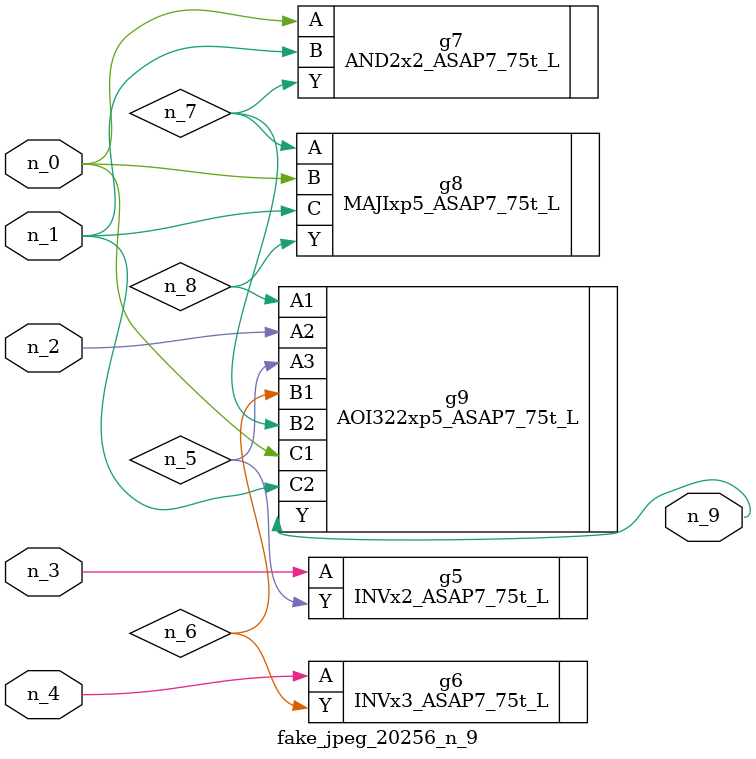
<source format=v>
module fake_jpeg_20256_n_9 (n_3, n_2, n_1, n_0, n_4, n_9);

input n_3;
input n_2;
input n_1;
input n_0;
input n_4;

output n_9;

wire n_8;
wire n_6;
wire n_5;
wire n_7;

INVx2_ASAP7_75t_L g5 ( 
.A(n_3),
.Y(n_5)
);

INVx3_ASAP7_75t_L g6 ( 
.A(n_4),
.Y(n_6)
);

AND2x2_ASAP7_75t_L g7 ( 
.A(n_0),
.B(n_1),
.Y(n_7)
);

MAJIxp5_ASAP7_75t_L g8 ( 
.A(n_7),
.B(n_0),
.C(n_1),
.Y(n_8)
);

AOI322xp5_ASAP7_75t_L g9 ( 
.A1(n_8),
.A2(n_2),
.A3(n_5),
.B1(n_6),
.B2(n_7),
.C1(n_0),
.C2(n_1),
.Y(n_9)
);


endmodule
</source>
